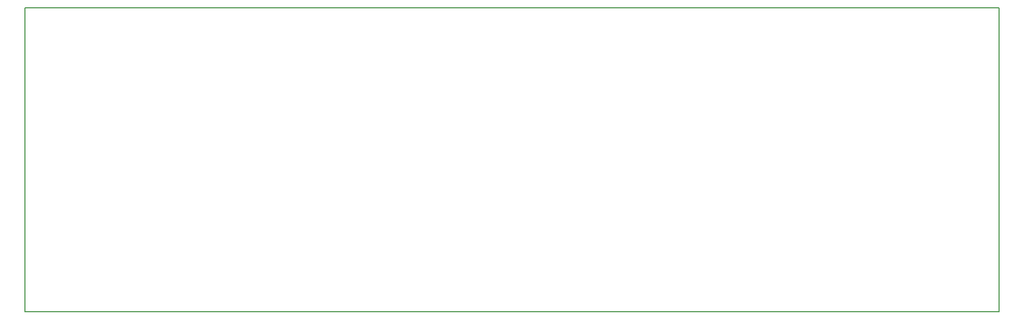
<source format=gbr>
G04 #@! TF.FileFunction,Profile,NP*
%FSLAX46Y46*%
G04 Gerber Fmt 4.6, Leading zero omitted, Abs format (unit mm)*
G04 Created by KiCad (PCBNEW 4.0.4-stable) date 03/02/17 17:25:37*
%MOMM*%
%LPD*%
G01*
G04 APERTURE LIST*
%ADD10C,0.100000*%
%ADD11C,0.150000*%
G04 APERTURE END LIST*
D10*
D11*
X4200Y-1600D02*
X158754202Y-1600D01*
X-5800Y49570000D02*
X-5800Y-1600D01*
X158744200Y49570000D02*
X-10038Y49570000D01*
X158744200Y18400D02*
X158744200Y49570002D01*
M02*

</source>
